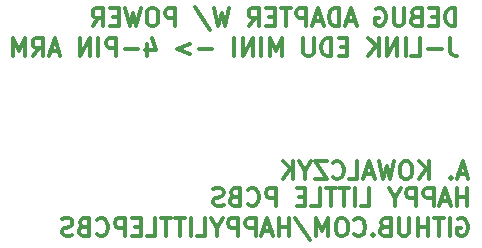
<source format=gbr>
G04 #@! TF.GenerationSoftware,KiCad,Pcbnew,(5.0.0)*
G04 #@! TF.CreationDate,2019-03-11T20:11:46-04:00*
G04 #@! TF.ProjectId,DebugAdapter,4465627567416461707465722E6B6963,rev?*
G04 #@! TF.SameCoordinates,Original*
G04 #@! TF.FileFunction,Legend,Bot*
G04 #@! TF.FilePolarity,Positive*
%FSLAX46Y46*%
G04 Gerber Fmt 4.6, Leading zero omitted, Abs format (unit mm)*
G04 Created by KiCad (PCBNEW (5.0.0)) date 03/11/19 20:11:46*
%MOMM*%
%LPD*%
G01*
G04 APERTURE LIST*
%ADD10C,0.300000*%
G04 APERTURE END LIST*
D10*
X159467857Y-93383571D02*
X159467857Y-91883571D01*
X159467857Y-92597857D02*
X158610714Y-92597857D01*
X158610714Y-93383571D02*
X158610714Y-91883571D01*
X157967857Y-92955000D02*
X157253571Y-92955000D01*
X158110714Y-93383571D02*
X157610714Y-91883571D01*
X157110714Y-93383571D01*
X156610714Y-93383571D02*
X156610714Y-91883571D01*
X156039285Y-91883571D01*
X155896428Y-91955000D01*
X155825000Y-92026428D01*
X155753571Y-92169285D01*
X155753571Y-92383571D01*
X155825000Y-92526428D01*
X155896428Y-92597857D01*
X156039285Y-92669285D01*
X156610714Y-92669285D01*
X155110714Y-93383571D02*
X155110714Y-91883571D01*
X154539285Y-91883571D01*
X154396428Y-91955000D01*
X154325000Y-92026428D01*
X154253571Y-92169285D01*
X154253571Y-92383571D01*
X154325000Y-92526428D01*
X154396428Y-92597857D01*
X154539285Y-92669285D01*
X155110714Y-92669285D01*
X153325000Y-92669285D02*
X153325000Y-93383571D01*
X153825000Y-91883571D02*
X153325000Y-92669285D01*
X152825000Y-91883571D01*
X150467857Y-93383571D02*
X151182142Y-93383571D01*
X151182142Y-91883571D01*
X149967857Y-93383571D02*
X149967857Y-91883571D01*
X149467857Y-91883571D02*
X148610714Y-91883571D01*
X149039285Y-93383571D02*
X149039285Y-91883571D01*
X148325000Y-91883571D02*
X147467857Y-91883571D01*
X147896428Y-93383571D02*
X147896428Y-91883571D01*
X146253571Y-93383571D02*
X146967857Y-93383571D01*
X146967857Y-91883571D01*
X145753571Y-92597857D02*
X145253571Y-92597857D01*
X145039285Y-93383571D02*
X145753571Y-93383571D01*
X145753571Y-91883571D01*
X145039285Y-91883571D01*
X143253571Y-93383571D02*
X143253571Y-91883571D01*
X142682142Y-91883571D01*
X142539285Y-91955000D01*
X142467857Y-92026428D01*
X142396428Y-92169285D01*
X142396428Y-92383571D01*
X142467857Y-92526428D01*
X142539285Y-92597857D01*
X142682142Y-92669285D01*
X143253571Y-92669285D01*
X140896428Y-93240714D02*
X140967857Y-93312142D01*
X141182142Y-93383571D01*
X141325000Y-93383571D01*
X141539285Y-93312142D01*
X141682142Y-93169285D01*
X141753571Y-93026428D01*
X141825000Y-92740714D01*
X141825000Y-92526428D01*
X141753571Y-92240714D01*
X141682142Y-92097857D01*
X141539285Y-91955000D01*
X141325000Y-91883571D01*
X141182142Y-91883571D01*
X140967857Y-91955000D01*
X140896428Y-92026428D01*
X139753571Y-92597857D02*
X139539285Y-92669285D01*
X139467857Y-92740714D01*
X139396428Y-92883571D01*
X139396428Y-93097857D01*
X139467857Y-93240714D01*
X139539285Y-93312142D01*
X139682142Y-93383571D01*
X140253571Y-93383571D01*
X140253571Y-91883571D01*
X139753571Y-91883571D01*
X139610714Y-91955000D01*
X139539285Y-92026428D01*
X139467857Y-92169285D01*
X139467857Y-92312142D01*
X139539285Y-92455000D01*
X139610714Y-92526428D01*
X139753571Y-92597857D01*
X140253571Y-92597857D01*
X138825000Y-93312142D02*
X138610714Y-93383571D01*
X138253571Y-93383571D01*
X138110714Y-93312142D01*
X138039285Y-93240714D01*
X137967857Y-93097857D01*
X137967857Y-92955000D01*
X138039285Y-92812142D01*
X138110714Y-92740714D01*
X138253571Y-92669285D01*
X138539285Y-92597857D01*
X138682142Y-92526428D01*
X138753571Y-92455000D01*
X138825000Y-92312142D01*
X138825000Y-92169285D01*
X138753571Y-92026428D01*
X138682142Y-91955000D01*
X138539285Y-91883571D01*
X138182142Y-91883571D01*
X137967857Y-91955000D01*
X158682142Y-94505000D02*
X158825000Y-94433571D01*
X159039285Y-94433571D01*
X159253571Y-94505000D01*
X159396428Y-94647857D01*
X159467857Y-94790714D01*
X159539285Y-95076428D01*
X159539285Y-95290714D01*
X159467857Y-95576428D01*
X159396428Y-95719285D01*
X159253571Y-95862142D01*
X159039285Y-95933571D01*
X158896428Y-95933571D01*
X158682142Y-95862142D01*
X158610714Y-95790714D01*
X158610714Y-95290714D01*
X158896428Y-95290714D01*
X157967857Y-95933571D02*
X157967857Y-94433571D01*
X157467857Y-94433571D02*
X156610714Y-94433571D01*
X157039285Y-95933571D02*
X157039285Y-94433571D01*
X156110714Y-95933571D02*
X156110714Y-94433571D01*
X156110714Y-95147857D02*
X155253571Y-95147857D01*
X155253571Y-95933571D02*
X155253571Y-94433571D01*
X154539285Y-94433571D02*
X154539285Y-95647857D01*
X154467857Y-95790714D01*
X154396428Y-95862142D01*
X154253571Y-95933571D01*
X153967857Y-95933571D01*
X153825000Y-95862142D01*
X153753571Y-95790714D01*
X153682142Y-95647857D01*
X153682142Y-94433571D01*
X152467857Y-95147857D02*
X152253571Y-95219285D01*
X152182142Y-95290714D01*
X152110714Y-95433571D01*
X152110714Y-95647857D01*
X152182142Y-95790714D01*
X152253571Y-95862142D01*
X152396428Y-95933571D01*
X152967857Y-95933571D01*
X152967857Y-94433571D01*
X152467857Y-94433571D01*
X152325000Y-94505000D01*
X152253571Y-94576428D01*
X152182142Y-94719285D01*
X152182142Y-94862142D01*
X152253571Y-95005000D01*
X152325000Y-95076428D01*
X152467857Y-95147857D01*
X152967857Y-95147857D01*
X151467857Y-95790714D02*
X151396428Y-95862142D01*
X151467857Y-95933571D01*
X151539285Y-95862142D01*
X151467857Y-95790714D01*
X151467857Y-95933571D01*
X149896428Y-95790714D02*
X149967857Y-95862142D01*
X150182142Y-95933571D01*
X150325000Y-95933571D01*
X150539285Y-95862142D01*
X150682142Y-95719285D01*
X150753571Y-95576428D01*
X150825000Y-95290714D01*
X150825000Y-95076428D01*
X150753571Y-94790714D01*
X150682142Y-94647857D01*
X150539285Y-94505000D01*
X150325000Y-94433571D01*
X150182142Y-94433571D01*
X149967857Y-94505000D01*
X149896428Y-94576428D01*
X148967857Y-94433571D02*
X148682142Y-94433571D01*
X148539285Y-94505000D01*
X148396428Y-94647857D01*
X148325000Y-94933571D01*
X148325000Y-95433571D01*
X148396428Y-95719285D01*
X148539285Y-95862142D01*
X148682142Y-95933571D01*
X148967857Y-95933571D01*
X149110714Y-95862142D01*
X149253571Y-95719285D01*
X149325000Y-95433571D01*
X149325000Y-94933571D01*
X149253571Y-94647857D01*
X149110714Y-94505000D01*
X148967857Y-94433571D01*
X147682142Y-95933571D02*
X147682142Y-94433571D01*
X147182142Y-95505000D01*
X146682142Y-94433571D01*
X146682142Y-95933571D01*
X144896428Y-94362142D02*
X146182142Y-96290714D01*
X144396428Y-95933571D02*
X144396428Y-94433571D01*
X144396428Y-95147857D02*
X143539285Y-95147857D01*
X143539285Y-95933571D02*
X143539285Y-94433571D01*
X142896428Y-95505000D02*
X142182142Y-95505000D01*
X143039285Y-95933571D02*
X142539285Y-94433571D01*
X142039285Y-95933571D01*
X141539285Y-95933571D02*
X141539285Y-94433571D01*
X140967857Y-94433571D01*
X140825000Y-94505000D01*
X140753571Y-94576428D01*
X140682142Y-94719285D01*
X140682142Y-94933571D01*
X140753571Y-95076428D01*
X140825000Y-95147857D01*
X140967857Y-95219285D01*
X141539285Y-95219285D01*
X140039285Y-95933571D02*
X140039285Y-94433571D01*
X139467857Y-94433571D01*
X139325000Y-94505000D01*
X139253571Y-94576428D01*
X139182142Y-94719285D01*
X139182142Y-94933571D01*
X139253571Y-95076428D01*
X139325000Y-95147857D01*
X139467857Y-95219285D01*
X140039285Y-95219285D01*
X138253571Y-95219285D02*
X138253571Y-95933571D01*
X138753571Y-94433571D02*
X138253571Y-95219285D01*
X137753571Y-94433571D01*
X136539285Y-95933571D02*
X137253571Y-95933571D01*
X137253571Y-94433571D01*
X136039285Y-95933571D02*
X136039285Y-94433571D01*
X135539285Y-94433571D02*
X134682142Y-94433571D01*
X135110714Y-95933571D02*
X135110714Y-94433571D01*
X134396428Y-94433571D02*
X133539285Y-94433571D01*
X133967857Y-95933571D02*
X133967857Y-94433571D01*
X132325000Y-95933571D02*
X133039285Y-95933571D01*
X133039285Y-94433571D01*
X131825000Y-95147857D02*
X131325000Y-95147857D01*
X131110714Y-95933571D02*
X131825000Y-95933571D01*
X131825000Y-94433571D01*
X131110714Y-94433571D01*
X130467857Y-95933571D02*
X130467857Y-94433571D01*
X129896428Y-94433571D01*
X129753571Y-94505000D01*
X129682142Y-94576428D01*
X129610714Y-94719285D01*
X129610714Y-94933571D01*
X129682142Y-95076428D01*
X129753571Y-95147857D01*
X129896428Y-95219285D01*
X130467857Y-95219285D01*
X128110714Y-95790714D02*
X128182142Y-95862142D01*
X128396428Y-95933571D01*
X128539285Y-95933571D01*
X128753571Y-95862142D01*
X128896428Y-95719285D01*
X128967857Y-95576428D01*
X129039285Y-95290714D01*
X129039285Y-95076428D01*
X128967857Y-94790714D01*
X128896428Y-94647857D01*
X128753571Y-94505000D01*
X128539285Y-94433571D01*
X128396428Y-94433571D01*
X128182142Y-94505000D01*
X128110714Y-94576428D01*
X126967857Y-95147857D02*
X126753571Y-95219285D01*
X126682142Y-95290714D01*
X126610714Y-95433571D01*
X126610714Y-95647857D01*
X126682142Y-95790714D01*
X126753571Y-95862142D01*
X126896428Y-95933571D01*
X127467857Y-95933571D01*
X127467857Y-94433571D01*
X126967857Y-94433571D01*
X126825000Y-94505000D01*
X126753571Y-94576428D01*
X126682142Y-94719285D01*
X126682142Y-94862142D01*
X126753571Y-95005000D01*
X126825000Y-95076428D01*
X126967857Y-95147857D01*
X127467857Y-95147857D01*
X126039285Y-95862142D02*
X125825000Y-95933571D01*
X125467857Y-95933571D01*
X125325000Y-95862142D01*
X125253571Y-95790714D01*
X125182142Y-95647857D01*
X125182142Y-95505000D01*
X125253571Y-95362142D01*
X125325000Y-95290714D01*
X125467857Y-95219285D01*
X125753571Y-95147857D01*
X125896428Y-95076428D01*
X125967857Y-95005000D01*
X126039285Y-94862142D01*
X126039285Y-94719285D01*
X125967857Y-94576428D01*
X125896428Y-94505000D01*
X125753571Y-94433571D01*
X125396428Y-94433571D01*
X125182142Y-94505000D01*
X159423714Y-90674000D02*
X158709428Y-90674000D01*
X159566571Y-91102571D02*
X159066571Y-89602571D01*
X158566571Y-91102571D01*
X158066571Y-90959714D02*
X157995142Y-91031142D01*
X158066571Y-91102571D01*
X158138000Y-91031142D01*
X158066571Y-90959714D01*
X158066571Y-91102571D01*
X156209428Y-91102571D02*
X156209428Y-89602571D01*
X155352285Y-91102571D02*
X155995142Y-90245428D01*
X155352285Y-89602571D02*
X156209428Y-90459714D01*
X154423714Y-89602571D02*
X154138000Y-89602571D01*
X153995142Y-89674000D01*
X153852285Y-89816857D01*
X153780857Y-90102571D01*
X153780857Y-90602571D01*
X153852285Y-90888285D01*
X153995142Y-91031142D01*
X154138000Y-91102571D01*
X154423714Y-91102571D01*
X154566571Y-91031142D01*
X154709428Y-90888285D01*
X154780857Y-90602571D01*
X154780857Y-90102571D01*
X154709428Y-89816857D01*
X154566571Y-89674000D01*
X154423714Y-89602571D01*
X153280857Y-89602571D02*
X152923714Y-91102571D01*
X152638000Y-90031142D01*
X152352285Y-91102571D01*
X151995142Y-89602571D01*
X151495142Y-90674000D02*
X150780857Y-90674000D01*
X151638000Y-91102571D02*
X151138000Y-89602571D01*
X150638000Y-91102571D01*
X149423714Y-91102571D02*
X150138000Y-91102571D01*
X150138000Y-89602571D01*
X148066571Y-90959714D02*
X148138000Y-91031142D01*
X148352285Y-91102571D01*
X148495142Y-91102571D01*
X148709428Y-91031142D01*
X148852285Y-90888285D01*
X148923714Y-90745428D01*
X148995142Y-90459714D01*
X148995142Y-90245428D01*
X148923714Y-89959714D01*
X148852285Y-89816857D01*
X148709428Y-89674000D01*
X148495142Y-89602571D01*
X148352285Y-89602571D01*
X148138000Y-89674000D01*
X148066571Y-89745428D01*
X147566571Y-89602571D02*
X146566571Y-89602571D01*
X147566571Y-91102571D01*
X146566571Y-91102571D01*
X145709428Y-90388285D02*
X145709428Y-91102571D01*
X146209428Y-89602571D02*
X145709428Y-90388285D01*
X145209428Y-89602571D01*
X144709428Y-91102571D02*
X144709428Y-89602571D01*
X143852285Y-91102571D02*
X144495142Y-90245428D01*
X143852285Y-89602571D02*
X144709428Y-90459714D01*
X158451857Y-78143571D02*
X158451857Y-76643571D01*
X158094714Y-76643571D01*
X157880428Y-76715000D01*
X157737571Y-76857857D01*
X157666142Y-77000714D01*
X157594714Y-77286428D01*
X157594714Y-77500714D01*
X157666142Y-77786428D01*
X157737571Y-77929285D01*
X157880428Y-78072142D01*
X158094714Y-78143571D01*
X158451857Y-78143571D01*
X156951857Y-77357857D02*
X156451857Y-77357857D01*
X156237571Y-78143571D02*
X156951857Y-78143571D01*
X156951857Y-76643571D01*
X156237571Y-76643571D01*
X155094714Y-77357857D02*
X154880428Y-77429285D01*
X154809000Y-77500714D01*
X154737571Y-77643571D01*
X154737571Y-77857857D01*
X154809000Y-78000714D01*
X154880428Y-78072142D01*
X155023285Y-78143571D01*
X155594714Y-78143571D01*
X155594714Y-76643571D01*
X155094714Y-76643571D01*
X154951857Y-76715000D01*
X154880428Y-76786428D01*
X154809000Y-76929285D01*
X154809000Y-77072142D01*
X154880428Y-77215000D01*
X154951857Y-77286428D01*
X155094714Y-77357857D01*
X155594714Y-77357857D01*
X154094714Y-76643571D02*
X154094714Y-77857857D01*
X154023285Y-78000714D01*
X153951857Y-78072142D01*
X153809000Y-78143571D01*
X153523285Y-78143571D01*
X153380428Y-78072142D01*
X153309000Y-78000714D01*
X153237571Y-77857857D01*
X153237571Y-76643571D01*
X151737571Y-76715000D02*
X151880428Y-76643571D01*
X152094714Y-76643571D01*
X152309000Y-76715000D01*
X152451857Y-76857857D01*
X152523285Y-77000714D01*
X152594714Y-77286428D01*
X152594714Y-77500714D01*
X152523285Y-77786428D01*
X152451857Y-77929285D01*
X152309000Y-78072142D01*
X152094714Y-78143571D01*
X151951857Y-78143571D01*
X151737571Y-78072142D01*
X151666142Y-78000714D01*
X151666142Y-77500714D01*
X151951857Y-77500714D01*
X149951857Y-77715000D02*
X149237571Y-77715000D01*
X150094714Y-78143571D02*
X149594714Y-76643571D01*
X149094714Y-78143571D01*
X148594714Y-78143571D02*
X148594714Y-76643571D01*
X148237571Y-76643571D01*
X148023285Y-76715000D01*
X147880428Y-76857857D01*
X147809000Y-77000714D01*
X147737571Y-77286428D01*
X147737571Y-77500714D01*
X147809000Y-77786428D01*
X147880428Y-77929285D01*
X148023285Y-78072142D01*
X148237571Y-78143571D01*
X148594714Y-78143571D01*
X147166142Y-77715000D02*
X146451857Y-77715000D01*
X147309000Y-78143571D02*
X146809000Y-76643571D01*
X146309000Y-78143571D01*
X145809000Y-78143571D02*
X145809000Y-76643571D01*
X145237571Y-76643571D01*
X145094714Y-76715000D01*
X145023285Y-76786428D01*
X144951857Y-76929285D01*
X144951857Y-77143571D01*
X145023285Y-77286428D01*
X145094714Y-77357857D01*
X145237571Y-77429285D01*
X145809000Y-77429285D01*
X144523285Y-76643571D02*
X143666142Y-76643571D01*
X144094714Y-78143571D02*
X144094714Y-76643571D01*
X143166142Y-77357857D02*
X142666142Y-77357857D01*
X142451857Y-78143571D02*
X143166142Y-78143571D01*
X143166142Y-76643571D01*
X142451857Y-76643571D01*
X140951857Y-78143571D02*
X141451857Y-77429285D01*
X141809000Y-78143571D02*
X141809000Y-76643571D01*
X141237571Y-76643571D01*
X141094714Y-76715000D01*
X141023285Y-76786428D01*
X140951857Y-76929285D01*
X140951857Y-77143571D01*
X141023285Y-77286428D01*
X141094714Y-77357857D01*
X141237571Y-77429285D01*
X141809000Y-77429285D01*
X139309000Y-76643571D02*
X138951857Y-78143571D01*
X138666142Y-77072142D01*
X138380428Y-78143571D01*
X138023285Y-76643571D01*
X136380428Y-76572142D02*
X137666142Y-78500714D01*
X134737571Y-78143571D02*
X134737571Y-76643571D01*
X134166142Y-76643571D01*
X134023285Y-76715000D01*
X133951857Y-76786428D01*
X133880428Y-76929285D01*
X133880428Y-77143571D01*
X133951857Y-77286428D01*
X134023285Y-77357857D01*
X134166142Y-77429285D01*
X134737571Y-77429285D01*
X132951857Y-76643571D02*
X132666142Y-76643571D01*
X132523285Y-76715000D01*
X132380428Y-76857857D01*
X132308999Y-77143571D01*
X132308999Y-77643571D01*
X132380428Y-77929285D01*
X132523285Y-78072142D01*
X132666142Y-78143571D01*
X132951857Y-78143571D01*
X133094714Y-78072142D01*
X133237571Y-77929285D01*
X133308999Y-77643571D01*
X133308999Y-77143571D01*
X133237571Y-76857857D01*
X133094714Y-76715000D01*
X132951857Y-76643571D01*
X131808999Y-76643571D02*
X131451857Y-78143571D01*
X131166142Y-77072142D01*
X130880428Y-78143571D01*
X130523285Y-76643571D01*
X129951857Y-77357857D02*
X129451857Y-77357857D01*
X129237571Y-78143571D02*
X129951857Y-78143571D01*
X129951857Y-76643571D01*
X129237571Y-76643571D01*
X127737571Y-78143571D02*
X128237571Y-77429285D01*
X128594714Y-78143571D02*
X128594714Y-76643571D01*
X128023285Y-76643571D01*
X127880428Y-76715000D01*
X127808999Y-76786428D01*
X127737571Y-76929285D01*
X127737571Y-77143571D01*
X127808999Y-77286428D01*
X127880428Y-77357857D01*
X128023285Y-77429285D01*
X128594714Y-77429285D01*
X158023285Y-79193571D02*
X158023285Y-80265000D01*
X158094714Y-80479285D01*
X158237571Y-80622142D01*
X158451857Y-80693571D01*
X158594714Y-80693571D01*
X157309000Y-80122142D02*
X156166142Y-80122142D01*
X154737571Y-80693571D02*
X155451857Y-80693571D01*
X155451857Y-79193571D01*
X154237571Y-80693571D02*
X154237571Y-79193571D01*
X153523285Y-80693571D02*
X153523285Y-79193571D01*
X152666142Y-80693571D01*
X152666142Y-79193571D01*
X151951857Y-80693571D02*
X151951857Y-79193571D01*
X151094714Y-80693571D02*
X151737571Y-79836428D01*
X151094714Y-79193571D02*
X151951857Y-80050714D01*
X149309000Y-79907857D02*
X148809000Y-79907857D01*
X148594714Y-80693571D02*
X149309000Y-80693571D01*
X149309000Y-79193571D01*
X148594714Y-79193571D01*
X147951857Y-80693571D02*
X147951857Y-79193571D01*
X147594714Y-79193571D01*
X147380428Y-79265000D01*
X147237571Y-79407857D01*
X147166142Y-79550714D01*
X147094714Y-79836428D01*
X147094714Y-80050714D01*
X147166142Y-80336428D01*
X147237571Y-80479285D01*
X147380428Y-80622142D01*
X147594714Y-80693571D01*
X147951857Y-80693571D01*
X146451857Y-79193571D02*
X146451857Y-80407857D01*
X146380428Y-80550714D01*
X146309000Y-80622142D01*
X146166142Y-80693571D01*
X145880428Y-80693571D01*
X145737571Y-80622142D01*
X145666142Y-80550714D01*
X145594714Y-80407857D01*
X145594714Y-79193571D01*
X143737571Y-80693571D02*
X143737571Y-79193571D01*
X143237571Y-80265000D01*
X142737571Y-79193571D01*
X142737571Y-80693571D01*
X142023285Y-80693571D02*
X142023285Y-79193571D01*
X141309000Y-80693571D02*
X141309000Y-79193571D01*
X140451857Y-80693571D01*
X140451857Y-79193571D01*
X139737571Y-80693571D02*
X139737571Y-79193571D01*
X137880428Y-80122142D02*
X136737571Y-80122142D01*
X136023285Y-79693571D02*
X134880428Y-80122142D01*
X136023285Y-80550714D01*
X132380428Y-79693571D02*
X132380428Y-80693571D01*
X132737571Y-79122142D02*
X133094714Y-80193571D01*
X132166142Y-80193571D01*
X131594714Y-80122142D02*
X130451857Y-80122142D01*
X129737571Y-80693571D02*
X129737571Y-79193571D01*
X129166142Y-79193571D01*
X129023285Y-79265000D01*
X128951857Y-79336428D01*
X128880428Y-79479285D01*
X128880428Y-79693571D01*
X128951857Y-79836428D01*
X129023285Y-79907857D01*
X129166142Y-79979285D01*
X129737571Y-79979285D01*
X128237571Y-80693571D02*
X128237571Y-79193571D01*
X127523285Y-80693571D02*
X127523285Y-79193571D01*
X126666142Y-80693571D01*
X126666142Y-79193571D01*
X124880428Y-80265000D02*
X124166142Y-80265000D01*
X125023285Y-80693571D02*
X124523285Y-79193571D01*
X124023285Y-80693571D01*
X122666142Y-80693571D02*
X123166142Y-79979285D01*
X123523285Y-80693571D02*
X123523285Y-79193571D01*
X122951857Y-79193571D01*
X122809000Y-79265000D01*
X122737571Y-79336428D01*
X122666142Y-79479285D01*
X122666142Y-79693571D01*
X122737571Y-79836428D01*
X122809000Y-79907857D01*
X122951857Y-79979285D01*
X123523285Y-79979285D01*
X122023285Y-80693571D02*
X122023285Y-79193571D01*
X121523285Y-80265000D01*
X121023285Y-79193571D01*
X121023285Y-80693571D01*
M02*

</source>
